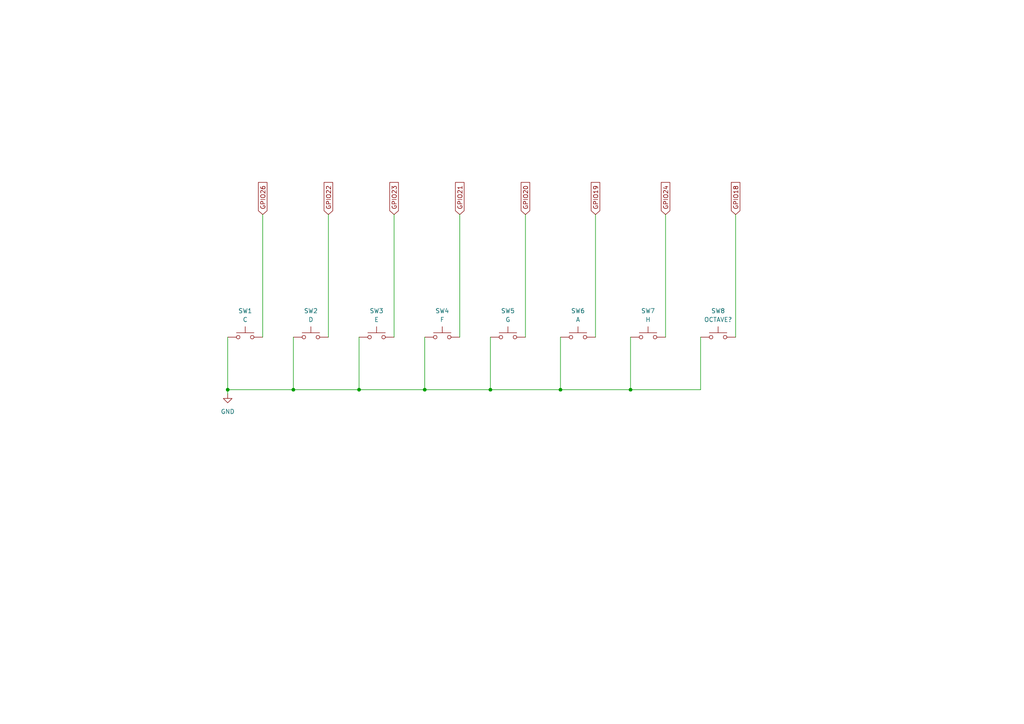
<source format=kicad_sch>
(kicad_sch (version 20250114) (generator "eeschema") (generator_version "9.0")
  (paper "A4")
  (lib_symbols
    (symbol "Switch:SW_Omron_B3FS" (pin_numbers (hide yes)) (pin_names (offset 1.016) (hide yes))
      (property "Reference" "SW" (at 1.27 2.54 0))
      (property "Value" "SW_Omron_B3FS" (at 0 -1.524 0))
      (symbol "SW_Omron_B3FS_0_1"
        (circle (center -2.032 0) (radius 0.508))
        (polyline (pts (xy 0 1.27) (xy 0 3.048)))
        (circle (center 2.032 0) (radius 0.508))
        (polyline (pts (xy 2.54 1.27) (xy -2.54 1.27)))
        (pin passive line (at -5.08 0 0) (length 2.54) (name "1") (number "1"))
        (pin passive line (at 5.08 0 180) (length 2.54) (name "2") (number "2"))
      )
    )
    (symbol "power:GND" (power) (pin_numbers (hide yes)) (pin_names (offset 0) (hide yes))
      (property "Value" "GND" (at 0 -3.81 0))
      (symbol "GND_0_1"
        (polyline (pts (xy 0 0) (xy 0 -1.27) (xy 1.27 -1.27) (xy 0 -2.54) (xy -1.27 -1.27) (xy 0 -1.27)))
      )
      (symbol "GND_1_1"
        (pin power_in line (at 0 0 270) (length 0) (name "~") (number "1"))
      )
    )
  )
  (junction (at 104.14 113.03))
  (junction (at 142.24 113.03))
  (junction (at 85.09 113.03))
  (junction (at 123.19 113.03))
  (junction (at 66.04 113.03))
  (junction (at 162.56 113.03))
  (junction (at 182.88 113.03))
  (wire (pts (xy 85.09 97.79) (xy 85.09 113.03)))
  (wire (pts (xy 152.4 62.23) (xy 152.4 97.79)))
  (wire (pts (xy 133.35 62.23) (xy 133.35 97.79)))
  (wire (pts (xy 203.2 113.03) (xy 182.88 113.03)))
  (wire (pts (xy 203.2 97.79) (xy 203.2 113.03)))
  (wire (pts (xy 66.04 97.79) (xy 66.04 113.03)))
  (wire (pts (xy 76.2 62.23) (xy 76.2 97.79)))
  (wire (pts (xy 66.04 113.03) (xy 66.04 114.3)))
  (wire (pts (xy 142.24 113.03) (xy 123.19 113.03)))
  (wire (pts (xy 213.36 62.23) (xy 213.36 97.79)))
  (wire (pts (xy 123.19 113.03) (xy 104.14 113.03)))
  (wire (pts (xy 123.19 97.79) (xy 123.19 113.03)))
  (wire (pts (xy 85.09 113.03) (xy 66.04 113.03)))
  (wire (pts (xy 162.56 113.03) (xy 182.88 113.03)))
  (wire (pts (xy 193.04 62.23) (xy 193.04 97.79)))
  (wire (pts (xy 104.14 113.03) (xy 85.09 113.03)))
  (wire (pts (xy 182.88 97.79) (xy 182.88 113.03)))
  (wire (pts (xy 114.3 62.23) (xy 114.3 97.79)))
  (wire (pts (xy 142.24 113.03) (xy 162.56 113.03)))
  (wire (pts (xy 95.25 62.23) (xy 95.25 97.79)))
  (wire (pts (xy 104.14 97.79) (xy 104.14 113.03)))
  (wire (pts (xy 172.72 62.23) (xy 172.72 97.79)))
  (wire (pts (xy 142.24 97.79) (xy 142.24 113.03)))
  (wire (pts (xy 162.56 97.79) (xy 162.56 113.03)))
  (global_label "GPIO26" (shape input) (at 76.2 62.23 90) (property "Intersheetrefs" "${INTERSHEET_REFS}" (effects (hide yes))))
  (global_label "GPIO18" (shape input) (at 213.36 62.23 90) (property "Intersheetrefs" "${INTERSHEET_REFS}" (effects (hide yes))))
  (global_label "GPIO21" (shape input) (at 133.35 62.23 90) (property "Intersheetrefs" "${INTERSHEET_REFS}" (effects (hide yes))))
  (global_label "GPIO22" (shape input) (at 95.25 62.23 90) (property "Intersheetrefs" "${INTERSHEET_REFS}" (effects (hide yes))))
  (global_label "GPIO19" (shape input) (at 172.72 62.23 90) (property "Intersheetrefs" "${INTERSHEET_REFS}" (effects (hide yes))))
  (global_label "GPIO20" (shape input) (at 152.4 62.23 90) (property "Intersheetrefs" "${INTERSHEET_REFS}" (effects (hide yes))))
  (global_label "GPIO23" (shape input) (at 114.3 62.23 90) (property "Intersheetrefs" "${INTERSHEET_REFS}" (effects (hide yes))))
  (global_label "GPIO24" (shape input) (at 193.04 62.23 90) (property "Intersheetrefs" "${INTERSHEET_REFS}" (effects (hide yes))))
  (symbol (lib_id "Switch:SW_Omron_B3FS") (at 208.28 97.79 0) (unit 1)
    (property "Reference" "SW8" (at 208.28 90.17 0))
    (property "Value" "OCTAVE?" (at 208.28 92.71 0))
    (property "Footprint" "Button_Switch_THT:SW_TH_Tactile_Omron_B3F-100x" (effects (hide yes)))
    (property "Datasheet" "https://omronfs.omron.com/en_US/ecb/products/pdf/en-b3fs.pdf" (effects (hide yes)))
    (property "Description" "Omron B3FS 6x6mm single pole normally-open tactile switch" (effects (hide yes)))
  )
  (symbol (lib_id "Switch:SW_Omron_B3FS") (at 128.27 97.79 0) (unit 1)
    (property "Reference" "SW4" (at 128.27 90.17 0))
    (property "Value" "F" (at 128.27 92.71 0))
    (property "Footprint" "Button_Switch_THT:SW_TH_Tactile_Omron_B3F-100x" (effects (hide yes)))
    (property "Datasheet" "https://omronfs.omron.com/en_US/ecb/products/pdf/en-b3fs.pdf" (effects (hide yes)))
    (property "Description" "Omron B3FS 6x6mm single pole normally-open tactile switch" (effects (hide yes)))
  )
  (symbol (lib_id "Switch:SW_Omron_B3FS") (at 109.22 97.79 0) (unit 1)
    (property "Reference" "SW3" (at 109.22 90.17 0))
    (property "Value" "E" (at 109.22 92.71 0))
    (property "Footprint" "Button_Switch_THT:SW_TH_Tactile_Omron_B3F-100x" (effects (hide yes)))
    (property "Datasheet" "https://omronfs.omron.com/en_US/ecb/products/pdf/en-b3fs.pdf" (effects (hide yes)))
    (property "Description" "Omron B3FS 6x6mm single pole normally-open tactile switch" (effects (hide yes)))
  )
  (symbol (lib_id "Switch:SW_Omron_B3FS") (at 147.32 97.79 0) (unit 1)
    (property "Reference" "SW5" (at 147.32 90.17 0))
    (property "Value" "G" (at 147.32 92.71 0))
    (property "Footprint" "Button_Switch_THT:SW_TH_Tactile_Omron_B3F-100x" (effects (hide yes)))
    (property "Datasheet" "https://omronfs.omron.com/en_US/ecb/products/pdf/en-b3fs.pdf" (effects (hide yes)))
    (property "Description" "Omron B3FS 6x6mm single pole normally-open tactile switch" (effects (hide yes)))
  )
  (symbol (lib_id "power:GND") (at 66.04 114.3 0) (unit 1)
    (property "Reference" "#PWR01" (effects (hide yes)))
    (property "Value" "GND" (at 66.04 119.38 0))
    (property "Description" "Power symbol creates a global label with name \"GND\" , ground" (effects (hide yes)))
  )
  (symbol (lib_id "Switch:SW_Omron_B3FS") (at 167.64 97.79 0) (unit 1)
    (property "Reference" "SW6" (at 167.64 90.17 0))
    (property "Value" "A" (at 167.64 92.71 0))
    (property "Footprint" "Button_Switch_THT:SW_TH_Tactile_Omron_B3F-100x" (effects (hide yes)))
    (property "Datasheet" "https://omronfs.omron.com/en_US/ecb/products/pdf/en-b3fs.pdf" (effects (hide yes)))
    (property "Description" "Omron B3FS 6x6mm single pole normally-open tactile switch" (effects (hide yes)))
  )
  (symbol (lib_id "Switch:SW_Omron_B3FS") (at 71.12 97.79 0) (unit 1)
    (property "Reference" "SW1" (at 71.12 90.17 0))
    (property "Value" "C" (at 71.12 92.71 0))
    (property "Footprint" "Button_Switch_THT:SW_TH_Tactile_Omron_B3F-100x" (effects (hide yes)))
    (property "Datasheet" "https://omronfs.omron.com/en_US/ecb/products/pdf/en-b3fs.pdf" (effects (hide yes)))
    (property "Description" "Omron B3FS 6x6mm single pole normally-open tactile switch" (effects (hide yes)))
    (property "link" "https://www.tme.eu/pl/details/tl3305bf160qg/mikroprzelaczniki-tact/e-switch/" (effects (hide yes)))
  )
  (symbol (lib_id "Switch:SW_Omron_B3FS") (at 187.96 97.79 0) (unit 1)
    (property "Reference" "SW7" (at 187.96 90.17 0))
    (property "Value" "H" (at 187.96 92.71 0))
    (property "Footprint" "Button_Switch_THT:SW_TH_Tactile_Omron_B3F-100x" (effects (hide yes)))
    (property "Datasheet" "https://omronfs.omron.com/en_US/ecb/products/pdf/en-b3fs.pdf" (effects (hide yes)))
    (property "Description" "Omron B3FS 6x6mm single pole normally-open tactile switch" (effects (hide yes)))
  )
  (symbol (lib_id "Switch:SW_Omron_B3FS") (at 90.17 97.79 0) (unit 1)
    (property "Reference" "SW2" (at 90.17 90.17 0))
    (property "Value" "D" (at 90.17 92.71 0))
    (property "Footprint" "Button_Switch_THT:SW_TH_Tactile_Omron_B3F-100x" (effects (hide yes)))
    (property "Datasheet" "https://omronfs.omron.com/en_US/ecb/products/pdf/en-b3fs.pdf" (effects (hide yes)))
    (property "Description" "Omron B3FS 6x6mm single pole normally-open tactile switch" (effects (hide yes)))
  )
)
</source>
